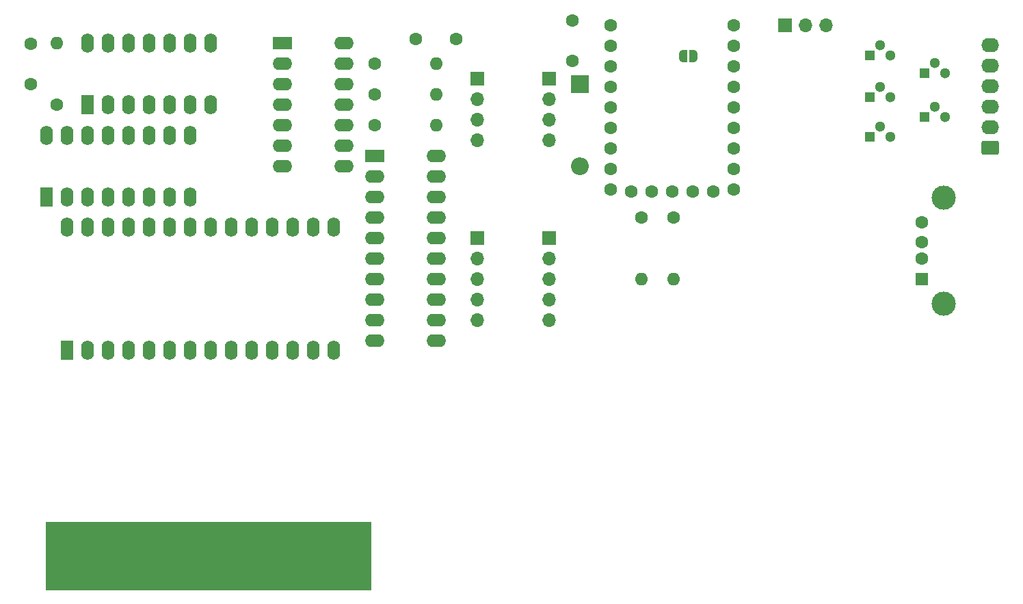
<source format=gbr>
%TF.GenerationSoftware,KiCad,Pcbnew,8.0.3+1*%
%TF.CreationDate,2024-06-17T20:10:21+02:00*%
%TF.ProjectId,MICE_3,4d494345-5f33-42e6-9b69-6361645f7063,0*%
%TF.SameCoordinates,Original*%
%TF.FileFunction,Soldermask,Top*%
%TF.FilePolarity,Negative*%
%FSLAX46Y46*%
G04 Gerber Fmt 4.6, Leading zero omitted, Abs format (unit mm)*
G04 Created by KiCad (PCBNEW 8.0.3+1) date 2024-06-17 20:10:21*
%MOMM*%
%LPD*%
G01*
G04 APERTURE LIST*
G04 Aperture macros list*
%AMRoundRect*
0 Rectangle with rounded corners*
0 $1 Rounding radius*
0 $2 $3 $4 $5 $6 $7 $8 $9 X,Y pos of 4 corners*
0 Add a 4 corners polygon primitive as box body*
4,1,4,$2,$3,$4,$5,$6,$7,$8,$9,$2,$3,0*
0 Add four circle primitives for the rounded corners*
1,1,$1+$1,$2,$3*
1,1,$1+$1,$4,$5*
1,1,$1+$1,$6,$7*
1,1,$1+$1,$8,$9*
0 Add four rect primitives between the rounded corners*
20,1,$1+$1,$2,$3,$4,$5,0*
20,1,$1+$1,$4,$5,$6,$7,0*
20,1,$1+$1,$6,$7,$8,$9,0*
20,1,$1+$1,$8,$9,$2,$3,0*%
%AMFreePoly0*
4,1,19,0.500000,-0.750000,0.000000,-0.750000,0.000000,-0.744911,-0.071157,-0.744911,-0.207708,-0.704816,-0.327430,-0.627875,-0.420627,-0.520320,-0.479746,-0.390866,-0.500000,-0.250000,-0.500000,0.250000,-0.479746,0.390866,-0.420627,0.520320,-0.327430,0.627875,-0.207708,0.704816,-0.071157,0.744911,0.000000,0.744911,0.000000,0.750000,0.500000,0.750000,0.500000,-0.750000,0.500000,-0.750000,
$1*%
%AMFreePoly1*
4,1,19,0.000000,0.744911,0.071157,0.744911,0.207708,0.704816,0.327430,0.627875,0.420627,0.520320,0.479746,0.390866,0.500000,0.250000,0.500000,-0.250000,0.479746,-0.390866,0.420627,-0.520320,0.327430,-0.627875,0.207708,-0.704816,0.071157,-0.744911,0.000000,-0.744911,0.000000,-0.750000,-0.500000,-0.750000,-0.500000,0.750000,0.000000,0.750000,0.000000,0.744911,0.000000,0.744911,
$1*%
G04 Aperture macros list end*
%ADD10C,0.070000*%
%ADD11C,0.150000*%
%ADD12R,1.700000X1.700000*%
%ADD13O,1.700000X1.700000*%
%ADD14R,1.600000X2.400000*%
%ADD15O,1.600000X2.400000*%
%ADD16C,1.600000*%
%ADD17O,1.600000X1.600000*%
%ADD18R,1.500000X1.600000*%
%ADD19C,3.000000*%
%ADD20O,2.190000X1.740000*%
%ADD21RoundRect,0.250000X0.845000X-0.620000X0.845000X0.620000X-0.845000X0.620000X-0.845000X-0.620000X0*%
%ADD22C,1.300000*%
%ADD23R,1.300000X1.300000*%
%ADD24R,2.400000X1.600000*%
%ADD25O,2.400000X1.600000*%
%ADD26FreePoly0,180.000000*%
%ADD27FreePoly1,180.000000*%
%ADD28R,2.200000X2.200000*%
%ADD29O,2.200000X2.200000*%
G04 APERTURE END LIST*
D10*
X111734600Y-125349000D02*
X151942800Y-125349000D01*
X151942800Y-133680200D01*
X111734600Y-133680200D01*
X111734600Y-125349000D01*
G36*
X111734600Y-125349000D02*
G01*
X151942800Y-125349000D01*
X151942800Y-133680200D01*
X111734600Y-133680200D01*
X111734600Y-125349000D01*
G37*
D11*
%TO.C,J2*%
X151638000Y-133517000D02*
X112522000Y-133517000D01*
X112522000Y-125389000D01*
X151638000Y-125389000D01*
X151638000Y-133517000D01*
G36*
X151638000Y-133517000D02*
G01*
X112522000Y-133517000D01*
X112522000Y-125389000D01*
X151638000Y-125389000D01*
X151638000Y-133517000D01*
G37*
%TD*%
D12*
%TO.C,J5*%
X165100000Y-70485000D03*
D13*
X165100000Y-73025000D03*
X165100000Y-75565000D03*
X165100000Y-78105000D03*
%TD*%
D12*
%TO.C,J4*%
X173990000Y-90170000D03*
D13*
X173990000Y-92710000D03*
X173990000Y-95250000D03*
X173990000Y-97790000D03*
X173990000Y-100330000D03*
%TD*%
D12*
%TO.C,J3*%
X173990000Y-70485000D03*
D13*
X173990000Y-73025000D03*
X173990000Y-75565000D03*
X173990000Y-78105000D03*
%TD*%
D12*
%TO.C,J6*%
X165100000Y-90170000D03*
D13*
X165100000Y-92710000D03*
X165100000Y-95250000D03*
X165100000Y-97790000D03*
X165100000Y-100330000D03*
%TD*%
D14*
%TO.C,U2*%
X116840000Y-73660000D03*
D15*
X119380000Y-73660000D03*
X121920000Y-73660000D03*
X124460000Y-73660000D03*
X127000000Y-73660000D03*
X129540000Y-73660000D03*
X132080000Y-73660000D03*
X132080000Y-66040000D03*
X129540000Y-66040000D03*
X127000000Y-66040000D03*
X124460000Y-66040000D03*
X121920000Y-66040000D03*
X119380000Y-66040000D03*
X116840000Y-66040000D03*
%TD*%
D16*
%TO.C,R1*%
X113030000Y-73660000D03*
D17*
X113030000Y-66040000D03*
%TD*%
D16*
%TO.C,C3*%
X176911000Y-63286000D03*
X176911000Y-68286000D03*
%TD*%
%TO.C,RZ1*%
X196850000Y-63900000D03*
X196850000Y-66440000D03*
X196850000Y-68980000D03*
X196850000Y-71520000D03*
X196850000Y-74060000D03*
X196850000Y-76600000D03*
X196850000Y-79140000D03*
X196850000Y-81680000D03*
X196850000Y-84220000D03*
X194310000Y-84430000D03*
X191770000Y-84430000D03*
X189230000Y-84430000D03*
X186690000Y-84430000D03*
X184150000Y-84430000D03*
X181610000Y-84220000D03*
X181610000Y-81680000D03*
X181610000Y-79140000D03*
X181610000Y-76600000D03*
X181610000Y-74060000D03*
X181610000Y-71520000D03*
X181610000Y-68980000D03*
X181610000Y-63900000D03*
X181610000Y-66440000D03*
%TD*%
%TO.C,C1*%
X109855000Y-71120000D03*
X109855000Y-66120000D03*
%TD*%
D18*
%TO.C,J1*%
X220175000Y-95250000D03*
D16*
X220175000Y-92750000D03*
X220175000Y-90750000D03*
X220175000Y-88250000D03*
D19*
X222885000Y-98320000D03*
X222885000Y-85180000D03*
%TD*%
D20*
%TO.C,J7*%
X228600000Y-66294000D03*
X228600000Y-68834000D03*
X228600000Y-71374000D03*
X228600000Y-73914000D03*
X228600000Y-76454000D03*
D21*
X228600000Y-78994000D03*
%TD*%
D22*
%TO.C,Q2*%
X223012000Y-75184000D03*
X221742000Y-73914000D03*
D23*
X220472000Y-75184000D03*
%TD*%
D24*
%TO.C,U5*%
X152400000Y-80010000D03*
D25*
X152400000Y-82550000D03*
X152400000Y-85090000D03*
X152400000Y-87630000D03*
X152400000Y-90170000D03*
X152400000Y-92710000D03*
X152400000Y-95250000D03*
X152400000Y-97790000D03*
X152400000Y-100330000D03*
X152400000Y-102870000D03*
X160020000Y-102870000D03*
X160020000Y-100330000D03*
X160020000Y-97790000D03*
X160020000Y-95250000D03*
X160020000Y-92710000D03*
X160020000Y-90170000D03*
X160020000Y-87630000D03*
X160020000Y-85090000D03*
X160020000Y-82550000D03*
X160020000Y-80010000D03*
%TD*%
D22*
%TO.C,Q4*%
X223012000Y-69829000D03*
X221742000Y-68559000D03*
D23*
X220472000Y-69829000D03*
%TD*%
%TO.C,Q5*%
X213741000Y-67564000D03*
D22*
X215011000Y-66294000D03*
X216281000Y-67564000D03*
%TD*%
D12*
%TO.C,SW1*%
X203200000Y-63881000D03*
D13*
X205740000Y-63881000D03*
X208280000Y-63881000D03*
%TD*%
D16*
%TO.C,R5*%
X189470000Y-87630000D03*
D17*
X189470000Y-95250000D03*
%TD*%
D26*
%TO.C,JP1*%
X191897000Y-67691000D03*
D27*
X190597000Y-67691000D03*
%TD*%
D22*
%TO.C,Q1*%
X216281000Y-77703000D03*
X215011000Y-76433000D03*
D23*
X213741000Y-77703000D03*
%TD*%
D14*
%TO.C,U1*%
X111760000Y-85090000D03*
D15*
X114300000Y-85090000D03*
X116840000Y-85090000D03*
X119380000Y-85090000D03*
X121920000Y-85090000D03*
X124460000Y-85090000D03*
X127000000Y-85090000D03*
X129540000Y-85090000D03*
X129540000Y-77470000D03*
X127000000Y-77470000D03*
X124460000Y-77470000D03*
X121920000Y-77470000D03*
X119380000Y-77470000D03*
X116840000Y-77470000D03*
X114300000Y-77470000D03*
X111760000Y-77470000D03*
%TD*%
D24*
%TO.C,U3*%
X140970000Y-66040000D03*
D25*
X140970000Y-68580000D03*
X140970000Y-71120000D03*
X140970000Y-73660000D03*
X140970000Y-76200000D03*
X140970000Y-78740000D03*
X140970000Y-81280000D03*
X148590000Y-81280000D03*
X148590000Y-78740000D03*
X148590000Y-76200000D03*
X148590000Y-73660000D03*
X148590000Y-71120000D03*
X148590000Y-68580000D03*
X148590000Y-66040000D03*
%TD*%
D16*
%TO.C,R4*%
X152400000Y-76200000D03*
D17*
X160020000Y-76200000D03*
%TD*%
D16*
%TO.C,R6*%
X185420000Y-87630000D03*
D17*
X185420000Y-95250000D03*
%TD*%
D14*
%TO.C,IC1*%
X114300000Y-104120000D03*
D15*
X116840000Y-104120000D03*
X119380000Y-104120000D03*
X121920000Y-104120000D03*
X124460000Y-104120000D03*
X127000000Y-104120000D03*
X129540000Y-104120000D03*
X132080000Y-104120000D03*
X134620000Y-104120000D03*
X137160000Y-104120000D03*
X139700000Y-104120000D03*
X142240000Y-104120000D03*
X144780000Y-104120000D03*
X147320000Y-104120000D03*
X147320000Y-88880000D03*
X144780000Y-88880000D03*
X142240000Y-88880000D03*
X139700000Y-88880000D03*
X137160000Y-88880000D03*
X134620000Y-88880000D03*
X132080000Y-88880000D03*
X129540000Y-88880000D03*
X127000000Y-88880000D03*
X124460000Y-88880000D03*
X121920000Y-88880000D03*
X119380000Y-88880000D03*
X116840000Y-88880000D03*
X114300000Y-88880000D03*
%TD*%
D22*
%TO.C,Q3*%
X216281000Y-72729000D03*
X215011000Y-71459000D03*
D23*
X213741000Y-72729000D03*
%TD*%
D16*
%TO.C,R2*%
X152400000Y-68580000D03*
D17*
X160020000Y-68580000D03*
%TD*%
D16*
%TO.C,C2*%
X157480000Y-65532000D03*
X162480000Y-65532000D03*
%TD*%
D28*
%TO.C,D1*%
X177800000Y-71120000D03*
D29*
X177800000Y-81280000D03*
%TD*%
D16*
%TO.C,R3*%
X152400000Y-72390000D03*
D17*
X160020000Y-72390000D03*
%TD*%
M02*

</source>
